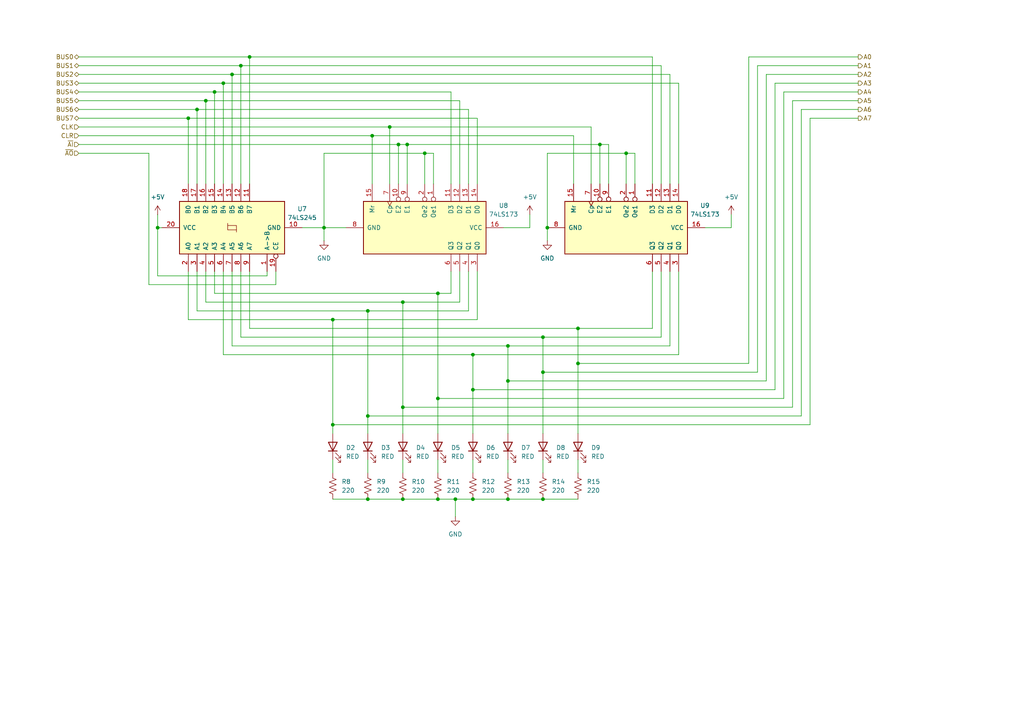
<source format=kicad_sch>
(kicad_sch (version 20250114) (generator "eeschema") (generator_version "9.0")
  (paper "A4")
  (lib_symbols
    (symbol "74xx:74LS173" (pin_names (offset 1.016))
      (property "Reference" "U" (at -7.62 19.05 0))
      (property "Value" "74LS173" (at -7.62 -19.05 0))
      (symbol "74LS173_1_0"
        (pin input line (at -12.7 15.24 0) (length 5.08) (name "D0") (number "14"))
        (pin input line (at -12.7 12.7 0) (length 5.08) (name "D1") (number "13"))
        (pin input line (at -12.7 10.16 0) (length 5.08) (name "D2") (number "12"))
        (pin input line (at -12.7 7.62 0) (length 5.08) (name "D3") (number "11"))
        (pin input inverted (at -12.7 2.54 0) (length 5.08) (name "Oe1") (number "1"))
        (pin input inverted (at -12.7 0 0) (length 5.08) (name "Oe2") (number "2"))
        (pin input inverted (at -12.7 -5.08 0) (length 5.08) (name "E1") (number "9"))
        (pin input inverted (at -12.7 -7.62 0) (length 5.08) (name "E2") (number "10"))
        (pin input clock (at -12.7 -10.16 0) (length 5.08) (name "Cp") (number "7"))
        (pin input line (at -12.7 -15.24 0) (length 5.08) (name "Mr") (number "15"))
        (pin power_in line (at 0 22.86 270) (length 5.08) (name "VCC") (number "16"))
        (pin power_in line (at 0 -22.86 90) (length 5.08) (name "GND") (number "8"))
        (pin tri_state line (at 12.7 15.24 180) (length 5.08) (name "Q0") (number "3"))
        (pin tri_state line (at 12.7 12.7 180) (length 5.08) (name "Q1") (number "4"))
        (pin tri_state line (at 12.7 10.16 180) (length 5.08) (name "Q2") (number "5"))
        (pin tri_state line (at 12.7 7.62 180) (length 5.08) (name "Q3") (number "6"))
      )
      (symbol "74LS173_1_1"
        (rectangle (start -7.62 17.78) (end 7.62 -17.78) (stroke (width 0.254)) (fill (type background)))
      )
    )
    (symbol "74xx:74LS245" (pin_names (offset 1.016))
      (property "Reference" "U" (at -7.62 16.51 0))
      (property "Value" "74LS245" (at -7.62 -16.51 0))
      (symbol "74LS245_1_0"
        (polyline (pts (xy -1.27 -1.27) (xy 0.635 -1.27) (xy 0.635 1.27) (xy 1.27 1.27)))
        (polyline (pts (xy -0.635 -1.27) (xy -0.635 1.27) (xy 0.635 1.27)))
        (pin tri_state line (at -12.7 12.7 0) (length 5.08) (name "A0") (number "2"))
        (pin tri_state line (at -12.7 10.16 0) (length 5.08) (name "A1") (number "3"))
        (pin tri_state line (at -12.7 7.62 0) (length 5.08) (name "A2") (number "4"))
        (pin tri_state line (at -12.7 5.08 0) (length 5.08) (name "A3") (number "5"))
        (pin tri_state line (at -12.7 2.54 0) (length 5.08) (name "A4") (number "6"))
        (pin tri_state line (at -12.7 0 0) (length 5.08) (name "A5") (number "7"))
        (pin tri_state line (at -12.7 -2.54 0) (length 5.08) (name "A6") (number "8"))
        (pin tri_state line (at -12.7 -5.08 0) (length 5.08) (name "A7") (number "9"))
        (pin input line (at -12.7 -10.16 0) (length 5.08) (name "A->B") (number "1"))
        (pin input inverted (at -12.7 -12.7 0) (length 5.08) (name "CE") (number "19"))
        (pin power_in line (at 0 20.32 270) (length 5.08) (name "VCC") (number "20"))
        (pin power_in line (at 0 -20.32 90) (length 5.08) (name "GND") (number "10"))
        (pin tri_state line (at 12.7 12.7 180) (length 5.08) (name "B0") (number "18"))
        (pin tri_state line (at 12.7 10.16 180) (length 5.08) (name "B1") (number "17"))
        (pin tri_state line (at 12.7 7.62 180) (length 5.08) (name "B2") (number "16"))
        (pin tri_state line (at 12.7 5.08 180) (length 5.08) (name "B3") (number "15"))
        (pin tri_state line (at 12.7 2.54 180) (length 5.08) (name "B4") (number "14"))
        (pin tri_state line (at 12.7 0 180) (length 5.08) (name "B5") (number "13"))
        (pin tri_state line (at 12.7 -2.54 180) (length 5.08) (name "B6") (number "12"))
        (pin tri_state line (at 12.7 -5.08 180) (length 5.08) (name "B7") (number "11"))
      )
      (symbol "74LS245_1_1"
        (rectangle (start -7.62 15.24) (end 7.62 -15.24) (stroke (width 0.254)) (fill (type background)))
      )
    )
    (symbol "Device:LED" (pin_numbers (hide yes)) (pin_names (offset 1.016) (hide yes))
      (property "Reference" "D" (at 0 2.54 0))
      (property "Value" "LED" (at 0 -2.54 0))
      (symbol "LED_0_1"
        (polyline (pts (xy -3.048 -0.762) (xy -4.572 -2.286) (xy -3.81 -2.286) (xy -4.572 -2.286) (xy -4.572 -1.524)))
        (polyline (pts (xy -1.778 -0.762) (xy -3.302 -2.286) (xy -2.54 -2.286) (xy -3.302 -2.286) (xy -3.302 -1.524)))
        (polyline (pts (xy -1.27 0) (xy 1.27 0)))
        (polyline (pts (xy -1.27 -1.27) (xy -1.27 1.27)) (stroke (width 0.254)))
        (polyline (pts (xy 1.27 -1.27) (xy 1.27 1.27) (xy -1.27 0) (xy 1.27 -1.27)) (stroke (width 0.254)))
      )
      (symbol "LED_1_1"
        (pin passive line (at -3.81 0 0) (length 2.54) (name "K") (number "1"))
        (pin passive line (at 3.81 0 180) (length 2.54) (name "A") (number "2"))
      )
    )
    (symbol "Device:R_US" (pin_numbers (hide yes)) (pin_names (offset 0))
      (property "Reference" "R" (at 2.54 0 90))
      (property "Value" "R_US" (at -2.54 0 90))
      (symbol "R_US_0_1"
        (polyline (pts (xy 0 2.286) (xy 0 2.54)))
        (polyline (pts (xy 0 2.286) (xy 1.016 1.905) (xy 0 1.524) (xy -1.016 1.143) (xy 0 0.762)))
        (polyline (pts (xy 0 0.762) (xy 1.016 0.381) (xy 0 0) (xy -1.016 -0.381) (xy 0 -0.762)))
        (polyline (pts (xy 0 -0.762) (xy 1.016 -1.143) (xy 0 -1.524) (xy -1.016 -1.905) (xy 0 -2.286)))
        (polyline (pts (xy 0 -2.286) (xy 0 -2.54)))
      )
      (symbol "R_US_1_1"
        (pin passive line (at 0 3.81 270) (length 1.27) (name "~") (number "1"))
        (pin passive line (at 0 -3.81 90) (length 1.27) (name "~") (number "2"))
      )
    )
    (symbol "power:+5V" (power) (pin_numbers (hide yes)) (pin_names (offset 0) (hide yes))
      (property "Value" "+5V" (at 0 3.556 0))
      (symbol "+5V_0_1"
        (polyline (pts (xy -0.762 1.27) (xy 0 2.54)))
        (polyline (pts (xy 0 2.54) (xy 0.762 1.27)))
        (polyline (pts (xy 0 0) (xy 0 2.54)))
      )
      (symbol "+5V_1_1"
        (pin power_in line (at 0 0 90) (length 0) (name "~") (number "1"))
      )
    )
    (symbol "power:GND" (power) (pin_numbers (hide yes)) (pin_names (offset 0) (hide yes))
      (property "Value" "GND" (at 0 -3.81 0))
      (symbol "GND_0_1"
        (polyline (pts (xy 0 0) (xy 0 -1.27) (xy 1.27 -1.27) (xy 0 -2.54) (xy -1.27 -1.27) (xy 0 -1.27)))
      )
      (symbol "GND_1_1"
        (pin power_in line (at 0 0 270) (length 0) (name "~") (number "1"))
      )
    )
  )
  (junction (at 158.75 66.04))
  (junction (at 167.64 95.25))
  (junction (at 147.32 110.49))
  (junction (at 118.11 41.91))
  (junction (at 115.57 41.91))
  (junction (at 137.16 144.78))
  (junction (at 167.64 105.41))
  (junction (at 96.52 123.19))
  (junction (at 106.68 120.65))
  (junction (at 173.99 41.91))
  (junction (at 127 144.78))
  (junction (at 127 115.57))
  (junction (at 106.68 90.17))
  (junction (at 157.48 107.95))
  (junction (at 57.15 31.75))
  (junction (at 107.95 39.37))
  (junction (at 116.84 87.63))
  (junction (at 96.52 92.71))
  (junction (at 147.32 144.78))
  (junction (at 137.16 102.87))
  (junction (at 62.23 26.67))
  (junction (at 116.84 144.78))
  (junction (at 123.19 44.45))
  (junction (at 157.48 97.79))
  (junction (at 116.84 118.11))
  (junction (at 132.08 144.78))
  (junction (at 106.68 144.78))
  (junction (at 147.32 100.33))
  (junction (at 127 85.09))
  (junction (at 69.85 19.05))
  (junction (at 67.31 21.59))
  (junction (at 157.48 144.78))
  (junction (at 59.69 29.21))
  (junction (at 64.77 24.13))
  (junction (at 137.16 113.03))
  (junction (at 181.61 44.45))
  (junction (at 45.72 66.04))
  (junction (at 93.98 66.04))
  (junction (at 54.61 34.29))
  (junction (at 72.39 16.51))
  (junction (at 113.03 36.83))
  (wire (pts (xy 176.53 53.34) (xy 176.53 41.91)))
  (wire (pts (xy 132.08 144.78) (xy 132.08 149.86)))
  (wire (pts (xy 248.92 26.67) (xy 227.33 26.67)))
  (wire (pts (xy 137.16 102.87) (xy 137.16 113.03)))
  (wire (pts (xy 137.16 144.78) (xy 147.32 144.78)))
  (wire (pts (xy 196.85 53.34) (xy 196.85 24.13)))
  (wire (pts (xy 229.87 29.21) (xy 229.87 118.11)))
  (wire (pts (xy 135.89 90.17) (xy 106.68 90.17)))
  (wire (pts (xy 96.52 123.19) (xy 96.52 125.73)))
  (wire (pts (xy 69.85 19.05) (xy 69.85 53.34)))
  (wire (pts (xy 153.67 66.04) (xy 146.05 66.04)))
  (wire (pts (xy 127 85.09) (xy 62.23 85.09)))
  (wire (pts (xy 69.85 78.74) (xy 69.85 97.79)))
  (wire (pts (xy 189.23 53.34) (xy 189.23 16.51)))
  (wire (pts (xy 80.01 82.55) (xy 43.18 82.55)))
  (wire (pts (xy 127 133.35) (xy 127 137.16)))
  (wire (pts (xy 158.75 44.45) (xy 158.75 66.04)))
  (wire (pts (xy 135.89 53.34) (xy 135.89 31.75)))
  (wire (pts (xy 171.45 53.34) (xy 171.45 36.83)))
  (wire (pts (xy 191.77 53.34) (xy 191.77 19.05)))
  (wire (pts (xy 234.95 34.29) (xy 234.95 123.19)))
  (wire (pts (xy 137.16 102.87) (xy 64.77 102.87)))
  (wire (pts (xy 212.09 66.04) (xy 204.47 66.04)))
  (wire (pts (xy 166.37 39.37) (xy 166.37 53.34)))
  (wire (pts (xy 72.39 16.51) (xy 72.39 53.34)))
  (wire (pts (xy 127 115.57) (xy 127 125.73)))
  (wire (pts (xy 181.61 44.45) (xy 158.75 44.45)))
  (wire (pts (xy 167.64 133.35) (xy 167.64 137.16)))
  (wire (pts (xy 157.48 144.78) (xy 167.64 144.78)))
  (wire (pts (xy 196.85 78.74) (xy 196.85 102.87)))
  (wire (pts (xy 196.85 24.13) (xy 64.77 24.13)))
  (wire (pts (xy 62.23 85.09) (xy 62.23 78.74)))
  (wire (pts (xy 189.23 78.74) (xy 189.23 95.25)))
  (wire (pts (xy 67.31 100.33) (xy 67.31 78.74)))
  (wire (pts (xy 248.92 19.05) (xy 219.71 19.05)))
  (wire (pts (xy 167.64 105.41) (xy 167.64 125.73)))
  (wire (pts (xy 115.57 41.91) (xy 118.11 41.91)))
  (wire (pts (xy 72.39 16.51) (xy 22.86 16.51)))
  (wire (pts (xy 107.95 39.37) (xy 166.37 39.37)))
  (wire (pts (xy 106.68 90.17) (xy 106.68 120.65)))
  (wire (pts (xy 59.69 29.21) (xy 22.86 29.21)))
  (wire (pts (xy 96.52 92.71) (xy 54.61 92.71)))
  (wire (pts (xy 132.08 144.78) (xy 127 144.78)))
  (wire (pts (xy 191.77 97.79) (xy 157.48 97.79)))
  (wire (pts (xy 107.95 39.37) (xy 107.95 53.34)))
  (wire (pts (xy 133.35 53.34) (xy 133.35 29.21)))
  (wire (pts (xy 135.89 78.74) (xy 135.89 90.17)))
  (wire (pts (xy 137.16 133.35) (xy 137.16 137.16)))
  (wire (pts (xy 125.73 44.45) (xy 123.19 44.45)))
  (wire (pts (xy 72.39 95.25) (xy 72.39 78.74)))
  (wire (pts (xy 248.92 21.59) (xy 222.25 21.59)))
  (wire (pts (xy 45.72 80.01) (xy 45.72 66.04)))
  (wire (pts (xy 96.52 92.71) (xy 96.52 123.19)))
  (wire (pts (xy 118.11 41.91) (xy 173.99 41.91)))
  (wire (pts (xy 106.68 133.35) (xy 106.68 137.16)))
  (wire (pts (xy 106.68 90.17) (xy 57.15 90.17)))
  (wire (pts (xy 64.77 78.74) (xy 64.77 102.87)))
  (wire (pts (xy 113.03 36.83) (xy 22.86 36.83)))
  (wire (pts (xy 222.25 110.49) (xy 147.32 110.49)))
  (wire (pts (xy 22.86 31.75) (xy 57.15 31.75)))
  (wire (pts (xy 45.72 66.04) (xy 46.99 66.04)))
  (wire (pts (xy 229.87 118.11) (xy 116.84 118.11)))
  (wire (pts (xy 118.11 41.91) (xy 118.11 53.34)))
  (wire (pts (xy 87.63 66.04) (xy 93.98 66.04)))
  (wire (pts (xy 130.81 78.74) (xy 130.81 85.09)))
  (wire (pts (xy 194.31 53.34) (xy 194.31 21.59)))
  (wire (pts (xy 77.47 78.74) (xy 77.47 80.01)))
  (wire (pts (xy 93.98 44.45) (xy 93.98 66.04)))
  (wire (pts (xy 194.31 78.74) (xy 194.31 100.33)))
  (wire (pts (xy 184.15 44.45) (xy 181.61 44.45)))
  (wire (pts (xy 96.52 144.78) (xy 106.68 144.78)))
  (wire (pts (xy 116.84 87.63) (xy 116.84 118.11)))
  (wire (pts (xy 147.32 100.33) (xy 67.31 100.33)))
  (wire (pts (xy 173.99 41.91) (xy 176.53 41.91)))
  (wire (pts (xy 181.61 44.45) (xy 181.61 53.34)))
  (wire (pts (xy 189.23 16.51) (xy 72.39 16.51)))
  (wire (pts (xy 147.32 100.33) (xy 147.32 110.49)))
  (wire (pts (xy 157.48 133.35) (xy 157.48 137.16)))
  (wire (pts (xy 157.48 97.79) (xy 157.48 107.95)))
  (wire (pts (xy 248.92 29.21) (xy 229.87 29.21)))
  (wire (pts (xy 43.18 82.55) (xy 43.18 44.45)))
  (wire (pts (xy 64.77 24.13) (xy 22.86 24.13)))
  (wire (pts (xy 133.35 78.74) (xy 133.35 87.63)))
  (wire (pts (xy 93.98 66.04) (xy 100.33 66.04)))
  (wire (pts (xy 138.43 53.34) (xy 138.43 34.29)))
  (wire (pts (xy 22.86 39.37) (xy 107.95 39.37)))
  (wire (pts (xy 133.35 29.21) (xy 59.69 29.21)))
  (wire (pts (xy 173.99 53.34) (xy 173.99 41.91)))
  (wire (pts (xy 54.61 34.29) (xy 54.61 53.34)))
  (wire (pts (xy 106.68 144.78) (xy 116.84 144.78)))
  (wire (pts (xy 217.17 16.51) (xy 217.17 105.41)))
  (wire (pts (xy 138.43 92.71) (xy 96.52 92.71)))
  (wire (pts (xy 127 85.09) (xy 127 115.57)))
  (wire (pts (xy 22.86 44.45) (xy 43.18 44.45)))
  (wire (pts (xy 123.19 44.45) (xy 123.19 53.34)))
  (wire (pts (xy 167.64 95.25) (xy 167.64 105.41)))
  (wire (pts (xy 227.33 115.57) (xy 127 115.57)))
  (wire (pts (xy 62.23 26.67) (xy 62.23 53.34)))
  (wire (pts (xy 115.57 41.91) (xy 115.57 53.34)))
  (wire (pts (xy 113.03 36.83) (xy 113.03 53.34)))
  (wire (pts (xy 138.43 78.74) (xy 138.43 92.71)))
  (wire (pts (xy 224.79 24.13) (xy 224.79 113.03)))
  (wire (pts (xy 196.85 102.87) (xy 137.16 102.87)))
  (wire (pts (xy 147.32 144.78) (xy 157.48 144.78)))
  (wire (pts (xy 194.31 100.33) (xy 147.32 100.33)))
  (wire (pts (xy 138.43 34.29) (xy 54.61 34.29)))
  (wire (pts (xy 116.84 87.63) (xy 59.69 87.63)))
  (wire (pts (xy 191.77 78.74) (xy 191.77 97.79)))
  (wire (pts (xy 157.48 107.95) (xy 157.48 125.73)))
  (wire (pts (xy 57.15 90.17) (xy 57.15 78.74)))
  (wire (pts (xy 96.52 133.35) (xy 96.52 137.16)))
  (wire (pts (xy 167.64 95.25) (xy 72.39 95.25)))
  (wire (pts (xy 137.16 113.03) (xy 137.16 125.73)))
  (wire (pts (xy 232.41 31.75) (xy 232.41 120.65)))
  (wire (pts (xy 217.17 105.41) (xy 167.64 105.41)))
  (wire (pts (xy 222.25 21.59) (xy 222.25 110.49)))
  (wire (pts (xy 157.48 97.79) (xy 69.85 97.79)))
  (wire (pts (xy 22.86 41.91) (xy 115.57 41.91)))
  (wire (pts (xy 130.81 26.67) (xy 62.23 26.67)))
  (wire (pts (xy 80.01 78.74) (xy 80.01 82.55)))
  (wire (pts (xy 153.67 62.23) (xy 153.67 66.04)))
  (wire (pts (xy 227.33 26.67) (xy 227.33 115.57)))
  (wire (pts (xy 59.69 87.63) (xy 59.69 78.74)))
  (wire (pts (xy 57.15 31.75) (xy 57.15 53.34)))
  (wire (pts (xy 67.31 21.59) (xy 67.31 53.34)))
  (wire (pts (xy 171.45 36.83) (xy 113.03 36.83)))
  (wire (pts (xy 234.95 123.19) (xy 96.52 123.19)))
  (wire (pts (xy 248.92 16.51) (xy 217.17 16.51)))
  (wire (pts (xy 54.61 34.29) (xy 22.86 34.29)))
  (wire (pts (xy 130.81 85.09) (xy 127 85.09)))
  (wire (pts (xy 62.23 26.67) (xy 22.86 26.67)))
  (wire (pts (xy 248.92 24.13) (xy 224.79 24.13)))
  (wire (pts (xy 212.09 62.23) (xy 212.09 66.04)))
  (wire (pts (xy 219.71 107.95) (xy 157.48 107.95)))
  (wire (pts (xy 158.75 66.04) (xy 158.75 69.85)))
  (wire (pts (xy 67.31 21.59) (xy 22.86 21.59)))
  (wire (pts (xy 191.77 19.05) (xy 69.85 19.05)))
  (wire (pts (xy 133.35 87.63) (xy 116.84 87.63)))
  (wire (pts (xy 125.73 53.34) (xy 125.73 44.45)))
  (wire (pts (xy 224.79 113.03) (xy 137.16 113.03)))
  (wire (pts (xy 116.84 118.11) (xy 116.84 125.73)))
  (wire (pts (xy 232.41 120.65) (xy 106.68 120.65)))
  (wire (pts (xy 116.84 144.78) (xy 127 144.78)))
  (wire (pts (xy 219.71 19.05) (xy 219.71 107.95)))
  (wire (pts (xy 57.15 31.75) (xy 135.89 31.75)))
  (wire (pts (xy 130.81 53.34) (xy 130.81 26.67)))
  (wire (pts (xy 45.72 62.23) (xy 45.72 66.04)))
  (wire (pts (xy 77.47 80.01) (xy 45.72 80.01)))
  (wire (pts (xy 248.92 31.75) (xy 232.41 31.75)))
  (wire (pts (xy 132.08 144.78) (xy 137.16 144.78)))
  (wire (pts (xy 69.85 19.05) (xy 22.86 19.05)))
  (wire (pts (xy 189.23 95.25) (xy 167.64 95.25)))
  (wire (pts (xy 54.61 92.71) (xy 54.61 78.74)))
  (wire (pts (xy 116.84 133.35) (xy 116.84 137.16)))
  (wire (pts (xy 248.92 34.29) (xy 234.95 34.29)))
  (wire (pts (xy 64.77 24.13) (xy 64.77 53.34)))
  (wire (pts (xy 59.69 29.21) (xy 59.69 53.34)))
  (wire (pts (xy 194.31 21.59) (xy 67.31 21.59)))
  (wire (pts (xy 93.98 66.04) (xy 93.98 69.85)))
  (wire (pts (xy 147.32 110.49) (xy 147.32 125.73)))
  (wire (pts (xy 147.32 133.35) (xy 147.32 137.16)))
  (wire (pts (xy 123.19 44.45) (xy 93.98 44.45)))
  (wire (pts (xy 106.68 120.65) (xy 106.68 125.73)))
  (wire (pts (xy 184.15 53.34) (xy 184.15 44.45)))
  (hierarchical_label "A6" (shape output) (at 248.92 31.75 0))
  (hierarchical_label "CLK" (shape input) (at 22.86 36.83 180))
  (hierarchical_label "BUS1" (shape bidirectional) (at 22.86 19.05 180))
  (hierarchical_label "~{AO}" (shape input) (at 22.86 44.45 180))
  (hierarchical_label "CLR" (shape input) (at 22.86 39.37 180))
  (hierarchical_label "BUS5" (shape bidirectional) (at 22.86 29.21 180))
  (hierarchical_label "A4" (shape output) (at 248.92 26.67 0))
  (hierarchical_label "A1" (shape output) (at 248.92 19.05 0))
  (hierarchical_label "A3" (shape output) (at 248.92 24.13 0))
  (hierarchical_label "BUS3" (shape bidirectional) (at 22.86 24.13 180))
  (hierarchical_label "BUS0" (shape bidirectional) (at 22.86 16.51 180))
  (hierarchical_label "A7" (shape output) (at 248.92 34.29 0))
  (hierarchical_label "A0" (shape output) (at 248.92 16.51 0))
  (hierarchical_label "A2" (shape output) (at 248.92 21.59 0))
  (hierarchical_label "BUS2" (shape bidirectional) (at 22.86 21.59 180))
  (hierarchical_label "A5" (shape output) (at 248.92 29.21 0))
  (hierarchical_label "BUS6" (shape bidirectional) (at 22.86 31.75 180))
  (hierarchical_label "~{AI}" (shape input) (at 22.86 41.91 180))
  (hierarchical_label "BUS4" (shape bidirectional) (at 22.86 26.67 180))
  (hierarchical_label "BUS7" (shape bidirectional) (at 22.86 34.29 180))
  (symbol (lib_id "Device:R_US") (at 96.52 140.97 0) (unit 1)
    (property "Reference" "R8" (at 99.06 139.6999 0) (effects (justify left)))
    (property "Value" "220" (at 99.06 142.2399 0) (effects (justify left)))
    (property "Description" "Resistor, US symbol" (effects (hide yes)))
  )
  (symbol (lib_id "power:GND") (at 93.98 69.85 0) (unit 1)
    (property "Reference" "#PWR014" (effects (hide yes)))
    (property "Value" "GND" (at 93.98 74.93 0))
    (property "Description" "Power symbol creates a global label with name \"GND\" , ground" (effects (hide yes)))
  )
  (symbol (lib_id "Device:R_US") (at 127 140.97 0) (unit 1)
    (property "Reference" "R11" (at 129.54 139.6999 0) (effects (justify left)))
    (property "Value" "220" (at 129.54 142.2399 0) (effects (justify left)))
    (property "Description" "Resistor, US symbol" (effects (hide yes)))
  )
  (symbol (lib_id "Device:LED") (at 127 129.54 90) (unit 1)
    (property "Reference" "D5" (at 130.81 129.8574 90) (effects (justify right)))
    (property "Value" "RED" (at 130.81 132.3974 90) (effects (justify right)))
    (property "Description" "Light emitting diode" (effects (hide yes)))
    (property "Sim.Pins" "1=K 2=A" (effects (hide yes)))
  )
  (symbol (lib_id "74xx:74LS173") (at 181.61 66.04 270) (unit 1)
    (property "Reference" "U9" (at 204.47 59.6198 90))
    (property "Value" "74LS173" (at 204.47 62.1598 90))
    (property "Datasheet" "http://www.ti.com/lit/gpn/sn74LS173" (effects (hide yes)))
    (property "Description" "4-bit D-type Register, 3 state out" (effects (hide yes)))
  )
  (symbol (lib_id "74xx:74LS173") (at 123.19 66.04 270) (unit 1)
    (property "Reference" "U8" (at 146.05 59.6198 90))
    (property "Value" "74LS173" (at 146.05 62.1598 90))
    (property "Datasheet" "http://www.ti.com/lit/gpn/sn74LS173" (effects (hide yes)))
    (property "Description" "4-bit D-type Register, 3 state out" (effects (hide yes)))
  )
  (symbol (lib_id "Device:LED") (at 137.16 129.54 90) (unit 1)
    (property "Reference" "D6" (at 140.97 129.8574 90) (effects (justify right)))
    (property "Value" "RED" (at 140.97 132.3974 90) (effects (justify right)))
    (property "Description" "Light emitting diode" (effects (hide yes)))
    (property "Sim.Pins" "1=K 2=A" (effects (hide yes)))
  )
  (symbol (lib_id "Device:R_US") (at 157.48 140.97 0) (unit 1)
    (property "Reference" "R14" (at 160.02 139.6999 0) (effects (justify left)))
    (property "Value" "220" (at 160.02 142.2399 0) (effects (justify left)))
    (property "Description" "Resistor, US symbol" (effects (hide yes)))
  )
  (symbol (lib_id "Device:LED") (at 167.64 129.54 90) (unit 1)
    (property "Reference" "D9" (at 171.45 129.8574 90) (effects (justify right)))
    (property "Value" "RED" (at 171.45 132.3974 90) (effects (justify right)))
    (property "Description" "Light emitting diode" (effects (hide yes)))
    (property "Sim.Pins" "1=K 2=A" (effects (hide yes)))
  )
  (symbol (lib_id "power:GND") (at 132.08 149.86 0) (unit 1)
    (property "Reference" "#PWR019" (effects (hide yes)))
    (property "Value" "GND" (at 132.08 154.94 0))
    (property "Description" "Power symbol creates a global label with name \"GND\" , ground" (effects (hide yes)))
  )
  (symbol (lib_id "Device:LED") (at 147.32 129.54 90) (unit 1)
    (property "Reference" "D7" (at 151.13 129.8574 90) (effects (justify right)))
    (property "Value" "RED" (at 151.13 132.3974 90) (effects (justify right)))
    (property "Description" "Light emitting diode" (effects (hide yes)))
    (property "Sim.Pins" "1=K 2=A" (effects (hide yes)))
  )
  (symbol (lib_id "Device:R_US") (at 137.16 140.97 0) (unit 1)
    (property "Reference" "R12" (at 139.7 139.6999 0) (effects (justify left)))
    (property "Value" "220" (at 139.7 142.2399 0) (effects (justify left)))
    (property "Description" "Resistor, US symbol" (effects (hide yes)))
  )
  (symbol (lib_id "Device:LED") (at 106.68 129.54 90) (unit 1)
    (property "Reference" "D3" (at 110.49 129.8574 90) (effects (justify right)))
    (property "Value" "RED" (at 110.49 132.3974 90) (effects (justify right)))
    (property "Description" "Light emitting diode" (effects (hide yes)))
    (property "Sim.Pins" "1=K 2=A" (effects (hide yes)))
  )
  (symbol (lib_id "power:+5V") (at 45.72 62.23 0) (unit 1)
    (property "Reference" "#PWR016" (effects (hide yes)))
    (property "Value" "+5V" (at 45.72 57.15 0))
    (property "Description" "Power symbol creates a global label with name \"+5V\"" (effects (hide yes)))
  )
  (symbol (lib_id "Device:R_US") (at 116.84 140.97 0) (unit 1)
    (property "Reference" "R10" (at 119.38 139.6999 0) (effects (justify left)))
    (property "Value" "220" (at 119.38 142.2399 0) (effects (justify left)))
    (property "Description" "Resistor, US symbol" (effects (hide yes)))
  )
  (symbol (lib_id "Device:LED") (at 116.84 129.54 90) (unit 1)
    (property "Reference" "D4" (at 120.65 129.8574 90) (effects (justify right)))
    (property "Value" "RED" (at 120.65 132.3974 90) (effects (justify right)))
    (property "Description" "Light emitting diode" (effects (hide yes)))
    (property "Sim.Pins" "1=K 2=A" (effects (hide yes)))
  )
  (symbol (lib_id "74xx:74LS245") (at 67.31 66.04 90) (unit 1)
    (property "Reference" "U7" (at 87.63 60.5946 90))
    (property "Value" "74LS245" (at 87.63 63.1346 90))
    (property "Datasheet" "http://www.ti.com/lit/gpn/sn74LS245" (effects (hide yes)))
    (property "Description" "Octal BUS Transceivers, 3-State outputs" (effects (hide yes)))
  )
  (symbol (lib_id "Device:LED") (at 157.48 129.54 90) (unit 1)
    (property "Reference" "D8" (at 161.29 129.8574 90) (effects (justify right)))
    (property "Value" "RED" (at 161.29 132.3974 90) (effects (justify right)))
    (property "Description" "Light emitting diode" (effects (hide yes)))
    (property "Sim.Pins" "1=K 2=A" (effects (hide yes)))
  )
  (symbol (lib_id "Device:R_US") (at 106.68 140.97 0) (unit 1)
    (property "Reference" "R9" (at 109.22 139.6999 0) (effects (justify left)))
    (property "Value" "220" (at 109.22 142.2399 0) (effects (justify left)))
    (property "Description" "Resistor, US symbol" (effects (hide yes)))
  )
  (symbol (lib_id "power:+5V") (at 212.09 62.23 0) (unit 1)
    (property "Reference" "#PWR018" (effects (hide yes)))
    (property "Value" "+5V" (at 212.09 57.15 0))
    (property "Description" "Power symbol creates a global label with name \"+5V\"" (effects (hide yes)))
  )
  (symbol (lib_id "power:GND") (at 158.75 69.85 0) (unit 1)
    (property "Reference" "#PWR015" (effects (hide yes)))
    (property "Value" "GND" (at 158.75 74.93 0))
    (property "Description" "Power symbol creates a global label with name \"GND\" , ground" (effects (hide yes)))
  )
  (symbol (lib_id "Device:R_US") (at 167.64 140.97 0) (unit 1)
    (property "Reference" "R15" (at 170.18 139.6999 0) (effects (justify left)))
    (property "Value" "220" (at 170.18 142.2399 0) (effects (justify left)))
    (property "Description" "Resistor, US symbol" (effects (hide yes)))
  )
  (symbol (lib_id "Device:R_US") (at 147.32 140.97 0) (unit 1)
    (property "Reference" "R13" (at 149.86 139.6999 0) (effects (justify left)))
    (property "Value" "220" (at 149.86 142.2399 0) (effects (justify left)))
    (property "Description" "Resistor, US symbol" (effects (hide yes)))
  )
  (symbol (lib_id "Device:LED") (at 96.52 129.54 90) (unit 1)
    (property "Reference" "D2" (at 100.33 129.8574 90) (effects (justify right)))
    (property "Value" "RED" (at 100.33 132.3974 90) (effects (justify right)))
    (property "Description" "Light emitting diode" (effects (hide yes)))
    (property "Sim.Pins" "1=K 2=A" (effects (hide yes)))
  )
  (symbol (lib_id "power:+5V") (at 153.67 62.23 0) (unit 1)
    (property "Reference" "#PWR017" (effects (hide yes)))
    (property "Value" "+5V" (at 153.67 57.15 0))
    (property "Description" "Power symbol creates a global label with name \"+5V\"" (effects (hide yes)))
  )
)
</source>
